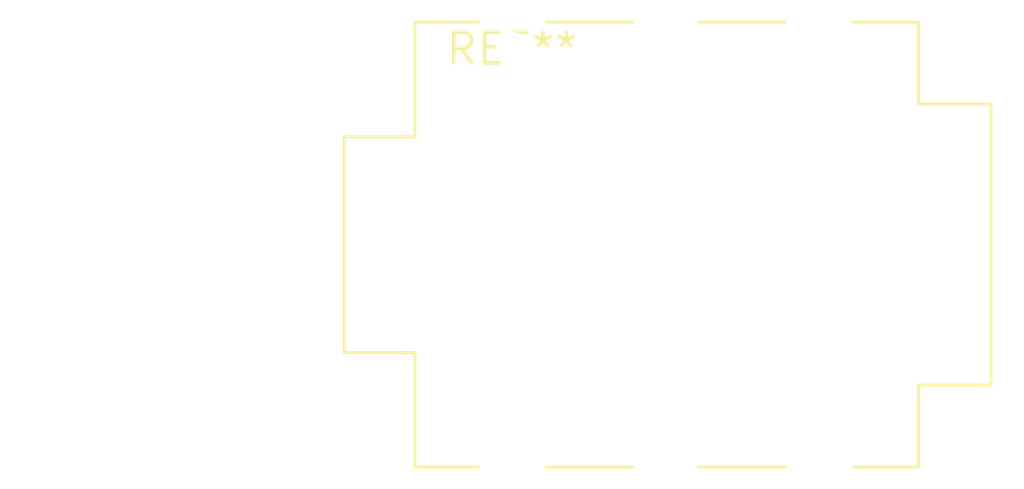
<source format=kicad_pcb>
(kicad_pcb (version 20240108) (generator pcbnew)
  (layers (0 "F.Cu" signal) (31 "B.Cu" signal) (34 "B.Paste" user) (35 "F.Paste" user) (36 "B.SilkS" user "B.Silkscreen") (37 "F.SilkS" user "F.Silkscreen") (38 "B.Mask" user) (39 "F.Mask" user) (44 "Edge.Cuts" user))
  (net 0 "")
  (footprint "Jack_6.35mm_Neutrik_NMJ6HCD2_Horizontal" (layer "F.Cu") (at 0 0)
    (property "Reference" "REF**")
    (property "Value" "Jack_6.35mm_Neutrik_NMJ6HCD2_Horizontal")
    (fp_line (start -6.95 3.645) (end -4.03 3.645) (layer "F.SilkS") (stroke (width 0.12)))
    (fp_line (start -6.95 12.545) (end -6.95 3.645) (layer "F.SilkS") (stroke (width 0.12)))
    (fp_line (start -6.95 12.585) (end -4.03 12.585) (layer "F.SilkS") (stroke (width 0.12)))
    (fp_line (start -4.03 -1.105) (end -1.4 -1.105) (layer "F.SilkS") (stroke (width 0.12)))
    (fp_line (start -4.03 3.645) (end -4.03 -1.105) (layer "F.SilkS") (stroke (width 0.12)))
    (fp_line (start -4.03 17.335) (end -4.03 12.585) (layer "F.SilkS") (stroke (width 0.12)))
    (fp_line (start -1.4 17.335) (end -4.03 17.335) (layer "F.SilkS") (stroke (width 0.12)))
    (fp_line (start 1.4 -1.105) (end 5 -1.105) (layer "F.SilkS") (stroke (width 0.12)))
    (fp_line (start 5 17.335) (end 1.4 17.335) (layer "F.SilkS") (stroke (width 0.12)))
    (fp_line (start 7.7 -1.105) (end 11.3 -1.105) (layer "F.SilkS") (stroke (width 0.12)))
    (fp_line (start 11.3 17.335) (end 7.7 17.335) (layer "F.SilkS") (stroke (width 0.12)))
    (fp_line (start 16.82 -1.105) (end 14.1 -1.105) (layer "F.SilkS") (stroke (width 0.12)))
    (fp_line (start 16.82 2.295) (end 16.82 -1.105) (layer "F.SilkS") (stroke (width 0.12)))
    (fp_line (start 16.82 2.295) (end 19.82 2.295) (layer "F.SilkS") (stroke (width 0.12)))
    (fp_line (start 16.82 13.935) (end 19.82 13.935) (layer "F.SilkS") (stroke (width 0.12)))
    (fp_line (start 16.82 17.335) (end 14.1 17.335) (layer "F.SilkS") (stroke (width 0.12)))
    (fp_line (start 16.82 17.335) (end 16.82 13.935) (layer "F.SilkS") (stroke (width 0.12)))
    (fp_line (start 19.82 13.935) (end 19.82 2.295) (layer "F.SilkS") (stroke (width 0.12)))
    (pad "R" thru_hole circle (at 6.35 0) (size 3 3) (drill 1.4) (layers *.Cu *.Mask) (remove_unused_layers))
    (pad "RN" thru_hole circle (at 6.35 16.23) (size 3 3) (drill 1.4) (layers *.Cu *.Mask) (remove_unused_layers))
    (pad "S" thru_hole circle (at 12.7 0) (size 3 3) (drill 1.4) (layers *.Cu *.Mask) (remove_unused_layers))
    (pad "SN" thru_hole circle (at 12.7 16.23) (size 3 3) (drill 1.4) (layers *.Cu *.Mask) (remove_unused_layers))
    (pad "T" thru_hole circle (at 0 0) (size 3 3) (drill 1.4) (layers *.Cu *.Mask) (remove_unused_layers))
    (pad "TN" thru_hole circle (at 0 16.23) (size 3 3) (drill 1.4) (layers *.Cu *.Mask) (remove_unused_layers))
  )
)
</source>
